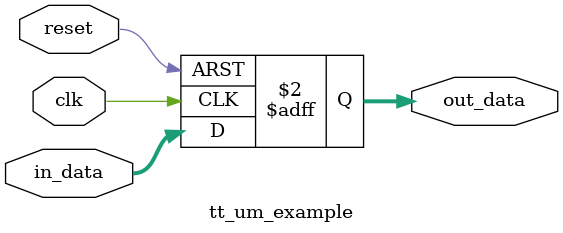
<source format=v>
`default_nettype none

module ALU #(
  parameter WIDTH = 3
)(
  input wire [WIDTH-1:0] in1, in2,       // Entradas A y B de la ALU (in1 e in2)
  input wire [1:0] op,                   // Código de operación
  output reg [3:0] dec_bin,              // Decenas del resultado
  output reg [3:0] unis_bin,             // Unidades del resultado
  output reg zero,                       // Señal de resultado cero (flag zero)
  output reg error                       // Señal de error (flag error división por cero o datos inválidos)
);

reg [5:0] out;                           // Variable para almacenar el resultado de la operación en decimal
reg [3:0] decenas_dec, unidades_dec;     // Variables para separar las unidades y decenas en decimal

// Definición de operaciones para el selector
localparam SUM = 2'b00;
localparam SUB = 2'b01;
localparam MUL = 2'b10;
localparam DIV = 2'b11;

always @(*) begin
  error = 0;
  zero = 0;
  
  case (op)
    SUM: begin
      out = in1 + in2;
      decenas_dec = out / 10;
      unidades_dec = out % 10;
      dec_bin = decenas_dec;
      unis_bin = unidades_dec;
    end
    SUB: begin
      if (in1 >= in2) begin
        out = in1 - in2;
        decenas_dec = out / 10;
        unidades_dec = out % 10;
        dec_bin = decenas_dec;
        unis_bin = unidades_dec;
      end else begin
        error = 1;
        out = 6'b000000;
        dec_bin = 4'b0000;
        unis_bin = 4'b0000;
      end
    end
    MUL: begin
      out = in1 * in2;
      decenas_dec = out / 10;
      unidades_dec = out % 10;
      dec_bin = decenas_dec;
      unis_bin = unidades_dec;
    end
    DIV: begin
      if (in2 == 0) begin
        error = 1;
        out = 6'b111111;
        dec_bin = 4'b1111;
        unis_bin = 4'b1111;
      end else begin
        out = in1 / in2;
        decenas_dec = out / 10;
        unidades_dec = out % 10;
        dec_bin = decenas_dec;
        unis_bin = unidades_dec;
      end
    end
    default: begin
      error = 1;
      out = 6'b111111;
      dec_bin = 4'b1111;
      unis_bin = 4'b1111;
    end
  endcase

  if (out == 0) zero = 1;
end

endmodule

// Aquí agregamos el módulo tt_um_example como ejemplo
module tt_um_example (
    input wire clk,              // Reloj de entrada
    input wire reset,            // Reset
    input wire [3:0] in_data,    // Datos de entrada
    output reg [3:0] out_data    // Datos de salida
);
    // Ejemplo de lógica del módulo tt_um_example
    always @(posedge clk or posedge reset) begin
        if (reset)
            out_data <= 4'b0000;  // Resetear salida
        else
            out_data <= in_data; // Propagar entrada a salida
    end
endmodule

</source>
